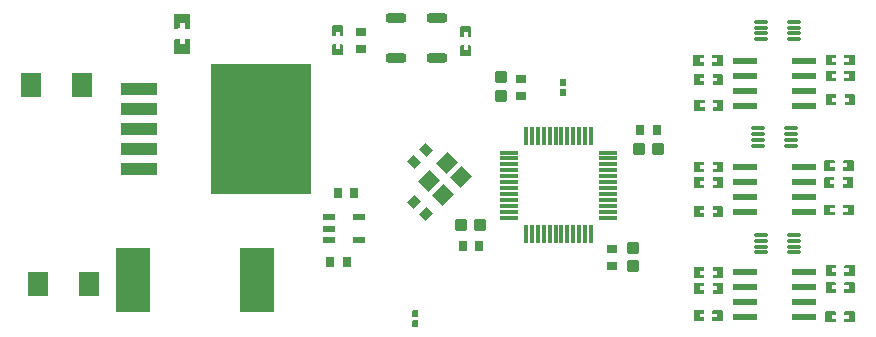
<source format=gbr>
%TF.GenerationSoftware,Altium Limited,Altium Designer,22.5.1 (42)*%
G04 Layer_Color=8421504*
%FSLAX45Y45*%
%MOMM*%
%TF.SameCoordinates,F63A7803-94E7-494B-9888-F8709FA5C5B4*%
%TF.FilePolarity,Positive*%
%TF.FileFunction,Paste,Top*%
%TF.Part,Single*%
G01*
G75*
%TA.AperFunction,SMDPad,CuDef*%
G04:AMPARAMS|DCode=11|XSize=1.7mm|YSize=0.8mm|CornerRadius=0.2mm|HoleSize=0mm|Usage=FLASHONLY|Rotation=0.000|XOffset=0mm|YOffset=0mm|HoleType=Round|Shape=RoundedRectangle|*
%AMROUNDEDRECTD11*
21,1,1.70000,0.40000,0,0,0.0*
21,1,1.30000,0.80000,0,0,0.0*
1,1,0.40000,0.65000,-0.20000*
1,1,0.40000,-0.65000,-0.20000*
1,1,0.40000,-0.65000,0.20000*
1,1,0.40000,0.65000,0.20000*
%
%ADD11ROUNDEDRECTD11*%
G04:AMPARAMS|DCode=12|XSize=0.28mm|YSize=1.56mm|CornerRadius=0.07mm|HoleSize=0mm|Usage=FLASHONLY|Rotation=0.000|XOffset=0mm|YOffset=0mm|HoleType=Round|Shape=RoundedRectangle|*
%AMROUNDEDRECTD12*
21,1,0.28000,1.42000,0,0,0.0*
21,1,0.14000,1.56000,0,0,0.0*
1,1,0.14000,0.07000,-0.71000*
1,1,0.14000,-0.07000,-0.71000*
1,1,0.14000,-0.07000,0.71000*
1,1,0.14000,0.07000,0.71000*
%
%ADD12ROUNDEDRECTD12*%
G04:AMPARAMS|DCode=13|XSize=0.28mm|YSize=1.56mm|CornerRadius=0.07mm|HoleSize=0mm|Usage=FLASHONLY|Rotation=90.000|XOffset=0mm|YOffset=0mm|HoleType=Round|Shape=RoundedRectangle|*
%AMROUNDEDRECTD13*
21,1,0.28000,1.42000,0,0,90.0*
21,1,0.14000,1.56000,0,0,90.0*
1,1,0.14000,0.71000,0.07000*
1,1,0.14000,0.71000,-0.07000*
1,1,0.14000,-0.71000,-0.07000*
1,1,0.14000,-0.71000,0.07000*
%
%ADD13ROUNDEDRECTD13*%
%ADD14R,0.90000X0.80000*%
G04:AMPARAMS|DCode=16|XSize=0.94mm|YSize=1.02mm|CornerRadius=0.094mm|HoleSize=0mm|Usage=FLASHONLY|Rotation=0.000|XOffset=0mm|YOffset=0mm|HoleType=Round|Shape=RoundedRectangle|*
%AMROUNDEDRECTD16*
21,1,0.94000,0.83200,0,0,0.0*
21,1,0.75200,1.02000,0,0,0.0*
1,1,0.18800,0.37600,-0.41600*
1,1,0.18800,-0.37600,-0.41600*
1,1,0.18800,-0.37600,0.41600*
1,1,0.18800,0.37600,0.41600*
%
%ADD16ROUNDEDRECTD16*%
%ADD17R,0.80000X0.90000*%
%ADD18R,1.80086X1.99898*%
G04:AMPARAMS|DCode=20|XSize=1.97mm|YSize=0.59mm|CornerRadius=0.07375mm|HoleSize=0mm|Usage=FLASHONLY|Rotation=0.000|XOffset=0mm|YOffset=0mm|HoleType=Round|Shape=RoundedRectangle|*
%AMROUNDEDRECTD20*
21,1,1.97000,0.44250,0,0,0.0*
21,1,1.82250,0.59000,0,0,0.0*
1,1,0.14750,0.91125,-0.22125*
1,1,0.14750,-0.91125,-0.22125*
1,1,0.14750,-0.91125,0.22125*
1,1,0.14750,0.91125,0.22125*
%
%ADD20ROUNDEDRECTD20*%
G04:AMPARAMS|DCode=21|XSize=1.12mm|YSize=0.27mm|CornerRadius=0.03375mm|HoleSize=0mm|Usage=FLASHONLY|Rotation=180.000|XOffset=0mm|YOffset=0mm|HoleType=Round|Shape=RoundedRectangle|*
%AMROUNDEDRECTD21*
21,1,1.12000,0.20250,0,0,180.0*
21,1,1.05250,0.27000,0,0,180.0*
1,1,0.06750,-0.52625,0.10125*
1,1,0.06750,0.52625,0.10125*
1,1,0.06750,0.52625,-0.10125*
1,1,0.06750,-0.52625,-0.10125*
%
%ADD21ROUNDEDRECTD21*%
G04:AMPARAMS|DCode=22|XSize=0.94mm|YSize=1.02mm|CornerRadius=0.094mm|HoleSize=0mm|Usage=FLASHONLY|Rotation=270.000|XOffset=0mm|YOffset=0mm|HoleType=Round|Shape=RoundedRectangle|*
%AMROUNDEDRECTD22*
21,1,0.94000,0.83200,0,0,270.0*
21,1,0.75200,1.02000,0,0,270.0*
1,1,0.18800,-0.41600,-0.37600*
1,1,0.18800,-0.41600,0.37600*
1,1,0.18800,0.41600,0.37600*
1,1,0.18800,0.41600,-0.37600*
%
%ADD22ROUNDEDRECTD22*%
G04:AMPARAMS|DCode=23|XSize=1.4mm|YSize=1.2mm|CornerRadius=0mm|HoleSize=0mm|Usage=FLASHONLY|Rotation=225.000|XOffset=0mm|YOffset=0mm|HoleType=Round|Shape=Rectangle|*
%AMROTATEDRECTD23*
4,1,4,0.07071,0.91924,0.91924,0.07071,-0.07071,-0.91924,-0.91924,-0.07071,0.07071,0.91924,0.0*
%
%ADD23ROTATEDRECTD23*%

G04:AMPARAMS|DCode=24|XSize=0.8mm|YSize=0.9mm|CornerRadius=0mm|HoleSize=0mm|Usage=FLASHONLY|Rotation=315.000|XOffset=0mm|YOffset=0mm|HoleType=Round|Shape=Rectangle|*
%AMROTATEDRECTD24*
4,1,4,-0.60104,-0.03535,0.03535,0.60104,0.60104,0.03535,-0.03535,-0.60104,-0.60104,-0.03535,0.0*
%
%ADD24ROTATEDRECTD24*%

G04:AMPARAMS|DCode=25|XSize=0.8mm|YSize=0.9mm|CornerRadius=0mm|HoleSize=0mm|Usage=FLASHONLY|Rotation=45.000|XOffset=0mm|YOffset=0mm|HoleType=Round|Shape=Rectangle|*
%AMROTATEDRECTD25*
4,1,4,0.03535,-0.60104,-0.60104,0.03535,-0.03535,0.60104,0.60104,-0.03535,0.03535,-0.60104,0.0*
%
%ADD25ROTATEDRECTD25*%

%ADD26R,1.10000X0.60000*%
%ADD27R,2.89999X5.39999*%
%ADD29R,8.49998X10.99998*%
%ADD30R,3.08282X1.01999*%
G36*
X1671304Y2941502D02*
X1671304Y2826501D01*
X1666302Y2821503D01*
X1625299Y2821000D01*
Y2866001D01*
X1580301D01*
Y2822001D01*
X1538304Y2821503D01*
X1533303Y2826501D01*
X1533303Y2941502D01*
X1538304Y2946504D01*
X1666302Y2946504D01*
X1671304Y2941502D01*
D02*
G37*
G36*
X2963902Y2844103D02*
X2963902Y2764103D01*
X2958903Y2759102D01*
X2934699D01*
Y2796102D01*
X2901700Y2796102D01*
Y2759102D01*
X2878903D01*
X2873902Y2764103D01*
Y2844103D01*
X2878903Y2849102D01*
X2958903D01*
X2963902Y2844103D01*
D02*
G37*
G36*
X4048099Y2834025D02*
Y2755026D01*
X4043098Y2750027D01*
X4020302D01*
Y2788025D01*
X3987302D01*
Y2750027D01*
X3963098Y2750027D01*
X3958099Y2755026D01*
X3958100Y2834025D01*
X3963098Y2839026D01*
X4043098D01*
X4048099Y2834025D01*
D02*
G37*
G36*
X1671304Y2726502D02*
X1671303Y2611503D01*
X1666302Y2606502D01*
X1538304Y2606502D01*
X1533303Y2611503D01*
Y2726502D01*
X1538304Y2731503D01*
X1580300Y2731500D01*
Y2687002D01*
X1625299Y2687002D01*
X1625299Y2731000D01*
X1666302Y2731503D01*
X1671304Y2726502D01*
D02*
G37*
G36*
X2963902Y2684103D02*
X2963902Y2605104D01*
X2958903Y2600103D01*
X2878903Y2600103D01*
X2873902Y2605104D01*
Y2684103D01*
X2878903Y2689102D01*
X2901700Y2689102D01*
Y2651104D01*
X2934699Y2651104D01*
Y2689102D01*
X2958903D01*
X2963902Y2684103D01*
D02*
G37*
G36*
X4048099Y2675026D02*
Y2595026D01*
X4043098Y2590027D01*
X3963098D01*
X3958100Y2595026D01*
Y2675026D01*
X3963098Y2680027D01*
X3987302Y2680027D01*
Y2643027D01*
X4020302D01*
Y2680027D01*
X4043098Y2680027D01*
X4048099Y2675026D01*
D02*
G37*
G36*
X7298701Y2595898D02*
Y2515898D01*
X7293703Y2510900D01*
X7213703D01*
X7208702Y2515898D01*
Y2540102D01*
X7245702D01*
X7245702Y2573102D01*
X7208702D01*
Y2595898D01*
X7213703Y2600900D01*
X7293703D01*
X7298701Y2595898D01*
D02*
G37*
G36*
X7138702D02*
Y2573102D01*
X7100704D01*
X7100703Y2540102D01*
X7138702D01*
Y2515898D01*
X7133703Y2510900D01*
X7054704D01*
X7049703Y2515898D01*
X7049703Y2595898D01*
X7054704Y2600900D01*
X7133703D01*
X7138702Y2595898D01*
D02*
G37*
G36*
X6179799Y2593103D02*
X6179798Y2513103D01*
X6174797Y2508102D01*
X6095798D01*
X6090800Y2513103D01*
Y2535900D01*
X6128798D01*
X6128798Y2568900D01*
X6090800D01*
Y2593103D01*
X6095798Y2598102D01*
X6174797Y2598102D01*
X6179799Y2593103D01*
D02*
G37*
G36*
X6015798Y2598102D02*
X6020800Y2593103D01*
Y2568900D01*
X5983799D01*
X5983800Y2535900D01*
X6020800D01*
Y2513103D01*
X6015798Y2508102D01*
X5935798D01*
X5930800Y2513103D01*
Y2593103D01*
X5935799Y2598102D01*
X6015798Y2598102D01*
D02*
G37*
G36*
X7298101Y2458098D02*
Y2378098D01*
X7293102Y2373100D01*
X7213102D01*
X7208101Y2378098D01*
X7208101Y2402302D01*
X7245101D01*
Y2435302D01*
X7208101D01*
X7208101Y2458098D01*
X7213102Y2463099D01*
X7293102D01*
X7298101Y2458098D01*
D02*
G37*
G36*
X7138101D02*
Y2435302D01*
X7100103D01*
Y2402302D01*
X7138101D01*
X7138102Y2378098D01*
X7133102Y2373099D01*
X7054103Y2373100D01*
X7049102Y2378098D01*
Y2458098D01*
X7054103Y2463099D01*
X7133102D01*
X7138101Y2458098D01*
D02*
G37*
G36*
X6181299Y2430203D02*
X6181299Y2350203D01*
X6176297Y2345202D01*
X6097298D01*
X6092300Y2350203D01*
Y2373000D01*
X6130298D01*
X6130298Y2406000D01*
X6092300D01*
Y2430203D01*
X6097298Y2435202D01*
X6176298Y2435202D01*
X6181299Y2430203D01*
D02*
G37*
G36*
X6017299Y2435202D02*
X6022300Y2430203D01*
Y2406000D01*
X5985299D01*
X5985300Y2373000D01*
X6022300D01*
Y2350203D01*
X6017299Y2345202D01*
X5937299D01*
X5932300Y2350203D01*
Y2430203D01*
X5937299Y2435202D01*
X6017299Y2435202D01*
D02*
G37*
G36*
X4851201Y2391365D02*
Y2341301D01*
X4847200Y2337301D01*
X4801201D01*
X4797200Y2341301D01*
Y2391365D01*
X4801201Y2395365D01*
X4847200D01*
X4851201Y2391365D01*
D02*
G37*
G36*
Y2306300D02*
Y2256237D01*
X4847200Y2252236D01*
X4801201D01*
X4797200Y2256237D01*
Y2306300D01*
X4801201Y2310301D01*
X4847200D01*
X4851201Y2306300D01*
D02*
G37*
G36*
X7299222Y2260203D02*
Y2180203D01*
X7294221Y2175202D01*
X7215222Y2175202D01*
X7210224Y2180203D01*
X7210224Y2203000D01*
X7248222D01*
Y2236000D01*
X7210224Y2236000D01*
Y2260203D01*
X7215222Y2265202D01*
X7294221Y2265202D01*
X7299222Y2260203D01*
D02*
G37*
G36*
X7140224D02*
Y2236000D01*
X7103223D01*
Y2203000D01*
X7140224D01*
Y2180203D01*
X7135222Y2175202D01*
X7055222D01*
X7050224Y2180203D01*
Y2260203D01*
X7055223Y2265202D01*
X7135223D01*
X7140224Y2260203D01*
D02*
G37*
G36*
X6183699Y2212303D02*
X6183698Y2132303D01*
X6178697Y2127302D01*
X6099698D01*
X6094700Y2132303D01*
Y2155100D01*
X6132698D01*
X6132698Y2188100D01*
X6094700D01*
Y2212303D01*
X6099698Y2217302D01*
X6178697Y2217302D01*
X6183699Y2212303D01*
D02*
G37*
G36*
X6019698Y2217302D02*
X6024700Y2212303D01*
Y2188100D01*
X5987699D01*
X5987699Y2155100D01*
X6024700D01*
Y2132303D01*
X6019698Y2127302D01*
X5939698D01*
X5934700Y2132303D01*
Y2212303D01*
X5939699Y2217302D01*
X6019698Y2217302D01*
D02*
G37*
G36*
X7287601Y1702998D02*
Y1622998D01*
X7282602Y1617999D01*
X7202603Y1618000D01*
X7197601Y1622998D01*
Y1647202D01*
X7234602D01*
X7234601Y1680202D01*
X7197601D01*
Y1702998D01*
X7202603Y1707999D01*
X7282603D01*
X7287601Y1702998D01*
D02*
G37*
G36*
X7127601Y1702998D02*
Y1680202D01*
X7089603D01*
X7089603Y1647202D01*
X7127601D01*
Y1622998D01*
X7122603Y1618000D01*
X7043604Y1617999D01*
X7038602Y1622998D01*
X7038603Y1702998D01*
X7043604Y1707999D01*
X7122603D01*
X7127601Y1702998D01*
D02*
G37*
G36*
X6182799Y1688403D02*
X6182798Y1608403D01*
X6177797Y1603402D01*
X6098798D01*
X6093800Y1608403D01*
Y1631200D01*
X6131798D01*
X6131798Y1664200D01*
X6093800D01*
Y1688403D01*
X6098798Y1693402D01*
X6177797Y1693402D01*
X6182799Y1688403D01*
D02*
G37*
G36*
X6018798Y1693402D02*
X6023800Y1688403D01*
Y1664200D01*
X5986799D01*
X5986800Y1631200D01*
X6023800D01*
Y1608403D01*
X6018798Y1603402D01*
X5938798D01*
X5933800Y1608403D01*
Y1688403D01*
X5938799Y1693402D01*
X6018798Y1693402D01*
D02*
G37*
G36*
X7284801Y1558198D02*
Y1478198D01*
X7279802Y1473199D01*
X7199802D01*
X7194801Y1478198D01*
X7194801Y1502402D01*
X7231801D01*
Y1535402D01*
X7194801D01*
X7194801Y1558198D01*
X7199802Y1563199D01*
X7279802D01*
X7284801Y1558198D01*
D02*
G37*
G36*
X7124801D02*
Y1535402D01*
X7086803D01*
Y1502402D01*
X7124801D01*
X7124802Y1478198D01*
X7119802Y1473199D01*
X7040804Y1473199D01*
X7035802Y1478198D01*
Y1558198D01*
X7040804Y1563199D01*
X7119802D01*
X7124801Y1558198D01*
D02*
G37*
G36*
X6023800Y1556003D02*
Y1531800D01*
X5986800D01*
Y1498800D01*
X6023800D01*
Y1476003D01*
X6018798Y1471002D01*
X5938799D01*
X5933800Y1476003D01*
Y1556003D01*
X5938799Y1561002D01*
X6018799Y1561002D01*
X6023800Y1556003D01*
D02*
G37*
G36*
X6177798Y1561002D02*
X6182799Y1556003D01*
Y1476003D01*
X6177798Y1471002D01*
X6098799Y1471002D01*
X6093800Y1476003D01*
Y1498800D01*
X6131798D01*
Y1531800D01*
X6093800D01*
X6093800Y1556003D01*
X6098799Y1561002D01*
X6177798Y1561002D01*
D02*
G37*
G36*
X7286498Y1326003D02*
X7286499Y1246003D01*
X7281497Y1241002D01*
X7202498D01*
X7197499Y1246003D01*
Y1268800D01*
X7235498D01*
X7235498Y1301800D01*
X7197499Y1301800D01*
Y1326003D01*
X7202498Y1331002D01*
X7281497D01*
X7286498Y1326003D01*
D02*
G37*
G36*
X7127500D02*
Y1301800D01*
X7090499D01*
X7090499Y1268800D01*
X7127500D01*
Y1246003D01*
X7122498Y1241002D01*
X7042498D01*
X7037500Y1246003D01*
Y1326003D01*
X7042498Y1331002D01*
X7122498D01*
X7127500Y1326003D01*
D02*
G37*
G36*
X6181298Y1313203D02*
X6181299Y1233204D01*
X6176297Y1228202D01*
X6097298D01*
X6092299Y1233204D01*
Y1256000D01*
X6130298D01*
X6130298Y1289000D01*
X6092299D01*
Y1313203D01*
X6097298Y1318202D01*
X6176297D01*
X6181298Y1313203D01*
D02*
G37*
G36*
X6022300D02*
Y1289000D01*
X5985299D01*
X5985299Y1256000D01*
X6022300D01*
Y1233204D01*
X6017298Y1228202D01*
X5937299D01*
X5932300Y1233204D01*
Y1313203D01*
X5937299Y1318202D01*
X6017298D01*
X6022300Y1313203D01*
D02*
G37*
G36*
X7299401Y813898D02*
Y733898D01*
X7294403Y728900D01*
X7214403D01*
X7209402Y733898D01*
Y758102D01*
X7246402D01*
X7246402Y791102D01*
X7209402D01*
Y813898D01*
X7214403Y818900D01*
X7294403D01*
X7299401Y813898D01*
D02*
G37*
G36*
X7139402D02*
Y791102D01*
X7101404D01*
X7101403Y758102D01*
X7139402D01*
Y733898D01*
X7134403Y728900D01*
X7055404D01*
X7050403Y733898D01*
X7050403Y813898D01*
X7055404Y818900D01*
X7134403D01*
X7139402Y813898D01*
D02*
G37*
G36*
X6182599Y794903D02*
X6182599Y714903D01*
X6177597Y709902D01*
X6098598D01*
X6093600Y714903D01*
Y737700D01*
X6131598D01*
X6131598Y770700D01*
X6093600D01*
Y794903D01*
X6098598Y799902D01*
X6177598Y799902D01*
X6182599Y794903D01*
D02*
G37*
G36*
X6018599Y799902D02*
X6023600Y794903D01*
Y770700D01*
X5986599D01*
X5986600Y737700D01*
X6023600D01*
Y714903D01*
X6018599Y709902D01*
X5938598D01*
X5933600Y714903D01*
Y794903D01*
X5938599Y799902D01*
X6018599Y799902D01*
D02*
G37*
G36*
X7298101Y670298D02*
Y590298D01*
X7293103Y585299D01*
X7213103Y585300D01*
X7208101Y590298D01*
Y614502D01*
X7245102D01*
X7245102Y647502D01*
X7208101D01*
Y670298D01*
X7213103Y675299D01*
X7293103D01*
X7298101Y670298D01*
D02*
G37*
G36*
X7138102Y670298D02*
Y647502D01*
X7100103D01*
X7100103Y614502D01*
X7138102D01*
Y590298D01*
X7133103Y585300D01*
X7054104Y585299D01*
X7049102Y590298D01*
X7049103Y670298D01*
X7054104Y675299D01*
X7133103D01*
X7138102Y670298D01*
D02*
G37*
G36*
X6182598Y661903D02*
X6182599Y581903D01*
X6177597Y576902D01*
X6098598D01*
X6093599Y581903D01*
Y604700D01*
X6131598D01*
X6131598Y637700D01*
X6093599D01*
Y661903D01*
X6098598Y666902D01*
X6177597D01*
X6182598Y661903D01*
D02*
G37*
G36*
X6023600D02*
Y637700D01*
X5986599D01*
X5986599Y604700D01*
X6023600D01*
Y581903D01*
X6018598Y576902D01*
X5938598D01*
X5933600Y581903D01*
Y661903D01*
X5938598Y666902D01*
X6018598D01*
X6023600Y661903D01*
D02*
G37*
G36*
X3602601Y432346D02*
Y382283D01*
X3598600Y378282D01*
X3552601D01*
X3548600Y382283D01*
Y432346D01*
X3552601Y436347D01*
X3598600D01*
X3602601Y432346D01*
D02*
G37*
G36*
X6180898Y432603D02*
X6180898Y352603D01*
X6175897Y347602D01*
X6096898D01*
X6091899Y352603D01*
Y375400D01*
X6129898D01*
X6129898Y408399D01*
X6091899D01*
Y432603D01*
X6096898Y437602D01*
X6175897D01*
X6180898Y432603D01*
D02*
G37*
G36*
X6021900D02*
Y408399D01*
X5984899D01*
X5984899Y375400D01*
X6021900D01*
Y352603D01*
X6016898Y347602D01*
X5936898D01*
X5931900Y352603D01*
Y432603D01*
X5936898Y437602D01*
X6016898D01*
X6021900Y432603D01*
D02*
G37*
G36*
X7296398Y422903D02*
X7296398Y342903D01*
X7291397Y337902D01*
X7212398D01*
X7207399Y342903D01*
Y365700D01*
X7245397D01*
X7245398Y398699D01*
X7207399D01*
Y422903D01*
X7212398Y427902D01*
X7291397D01*
X7296398Y422903D01*
D02*
G37*
G36*
X7137399D02*
Y398699D01*
X7100399D01*
X7100399Y365700D01*
X7137399D01*
Y342903D01*
X7132398Y337902D01*
X7052398D01*
X7047400Y342903D01*
Y422903D01*
X7052398Y427902D01*
X7132398D01*
X7137399Y422903D01*
D02*
G37*
G36*
X3602601Y347282D02*
Y297218D01*
X3598600Y293218D01*
X3552601D01*
X3548600Y297218D01*
Y347282D01*
X3552601Y351282D01*
X3598600D01*
X3602601Y347282D01*
D02*
G37*
D11*
X3414301Y2910401D02*
D03*
Y2570401D02*
D03*
X3763601Y2572001D02*
D03*
Y2912001D02*
D03*
D12*
X4513001Y1914301D02*
D03*
X4563001D02*
D03*
X4613001D02*
D03*
X4663001D02*
D03*
X4713000D02*
D03*
X4763001D02*
D03*
X4813001D02*
D03*
X4863001D02*
D03*
X4913001D02*
D03*
X4963000D02*
D03*
X5013001D02*
D03*
X5063001D02*
D03*
Y1078301D02*
D03*
X5013001D02*
D03*
X4963000D02*
D03*
X4913001D02*
D03*
X4863001D02*
D03*
X4813001D02*
D03*
X4763001D02*
D03*
X4713000D02*
D03*
X4663001D02*
D03*
X4613001D02*
D03*
X4563001D02*
D03*
X4513001D02*
D03*
D13*
X5206001Y1771301D02*
D03*
Y1721301D02*
D03*
Y1671301D02*
D03*
Y1621301D02*
D03*
Y1571301D02*
D03*
Y1521301D02*
D03*
Y1471301D02*
D03*
Y1421301D02*
D03*
Y1371301D02*
D03*
Y1321301D02*
D03*
Y1271301D02*
D03*
Y1221301D02*
D03*
X4370001D02*
D03*
Y1271301D02*
D03*
Y1321301D02*
D03*
Y1371301D02*
D03*
Y1421301D02*
D03*
Y1471301D02*
D03*
Y1521301D02*
D03*
Y1571301D02*
D03*
Y1621301D02*
D03*
Y1671301D02*
D03*
Y1721301D02*
D03*
Y1771301D02*
D03*
D14*
X3119101Y2790090D02*
D03*
Y2650111D02*
D03*
X4473985Y2249922D02*
D03*
X4473985Y2389901D02*
D03*
X5245201Y810501D02*
D03*
Y950480D02*
D03*
D16*
X3965000Y1155801D02*
D03*
X4123001Y1155801D02*
D03*
X5630001Y1801101D02*
D03*
X5472000D02*
D03*
D17*
X3977700Y978001D02*
D03*
X4117680Y978001D02*
D03*
X5619990Y1966201D02*
D03*
X5480011D02*
D03*
X2857711Y846801D02*
D03*
X2997690D02*
D03*
X3057090Y1428101D02*
D03*
X2917110D02*
D03*
D18*
X326248Y2345301D02*
D03*
X751952D02*
D03*
X384148Y658101D02*
D03*
X809852D02*
D03*
D20*
X6864300Y1521701D02*
D03*
Y1394701D02*
D03*
X6369301Y1267701D02*
D03*
Y1394701D02*
D03*
Y1521701D02*
D03*
Y1648701D02*
D03*
X6864300D02*
D03*
Y1267701D02*
D03*
Y2423401D02*
D03*
Y2296401D02*
D03*
X6369301Y2169401D02*
D03*
Y2296401D02*
D03*
Y2423401D02*
D03*
Y2550401D02*
D03*
X6864300D02*
D03*
Y2169401D02*
D03*
Y632701D02*
D03*
Y505701D02*
D03*
X6369301Y378701D02*
D03*
Y505701D02*
D03*
Y632701D02*
D03*
Y759701D02*
D03*
X6864300D02*
D03*
Y378701D02*
D03*
D21*
X6476300Y1827701D02*
D03*
Y1927701D02*
D03*
Y1977701D02*
D03*
X6757301D02*
D03*
Y1927701D02*
D03*
Y1827701D02*
D03*
X6476300Y1877701D02*
D03*
X6757301D02*
D03*
X6782701Y2779401D02*
D03*
X6501700D02*
D03*
X6782701Y2729401D02*
D03*
Y2829401D02*
D03*
Y2879401D02*
D03*
X6501700D02*
D03*
Y2829401D02*
D03*
Y2729401D02*
D03*
X6502501Y925601D02*
D03*
Y1025601D02*
D03*
Y1075601D02*
D03*
X6783501D02*
D03*
Y1025601D02*
D03*
Y925601D02*
D03*
X6502501Y975601D02*
D03*
X6783501D02*
D03*
D22*
X4304901Y2408201D02*
D03*
Y2250201D02*
D03*
X5417300Y806701D02*
D03*
Y964701D02*
D03*
D23*
X3690008Y1530719D02*
D03*
X3965792Y1566083D02*
D03*
X3845577Y1686287D02*
D03*
X3810218Y1410509D02*
D03*
D24*
X3665491Y1251211D02*
D03*
X3566510Y1350191D02*
D03*
D25*
X3667291Y1793891D02*
D03*
X3568310Y1694911D02*
D03*
D26*
X3102910Y1221496D02*
D03*
X3102910Y1031505D02*
D03*
X2842890D02*
D03*
Y1126501D02*
D03*
Y1221497D02*
D03*
D27*
X2235301Y696201D02*
D03*
X1185290D02*
D03*
D29*
X2267101Y1971202D02*
D03*
D30*
X1235120Y1631202D02*
D03*
X1235119Y1801202D02*
D03*
X1235120Y1971202D02*
D03*
X1235119Y2141202D02*
D03*
X1235120Y2311201D02*
D03*
%TF.MD5,b46ac2fda0e69d7fd1df00da2b5527de*%
M02*

</source>
